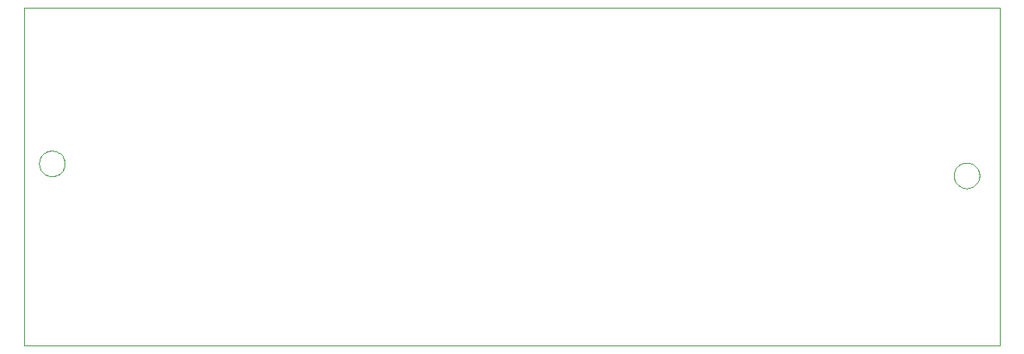
<source format=gbo>
G75*
%MOIN*%
%OFA0B0*%
%FSLAX24Y24*%
%IPPOS*%
%LPD*%
%AMOC8*
5,1,8,0,0,1.08239X$1,22.5*
%
%ADD10C,0.0000*%
D10*
X000680Y001499D02*
X000680Y015995D01*
X042495Y015995D01*
X042495Y001499D01*
X000680Y001499D01*
X001310Y009314D02*
X001312Y009361D01*
X001318Y009407D01*
X001328Y009453D01*
X001341Y009498D01*
X001359Y009541D01*
X001380Y009583D01*
X001404Y009623D01*
X001432Y009660D01*
X001463Y009695D01*
X001497Y009728D01*
X001533Y009757D01*
X001572Y009783D01*
X001613Y009806D01*
X001656Y009825D01*
X001700Y009841D01*
X001745Y009853D01*
X001791Y009861D01*
X001838Y009865D01*
X001884Y009865D01*
X001931Y009861D01*
X001977Y009853D01*
X002022Y009841D01*
X002066Y009825D01*
X002109Y009806D01*
X002150Y009783D01*
X002189Y009757D01*
X002225Y009728D01*
X002259Y009695D01*
X002290Y009660D01*
X002318Y009623D01*
X002342Y009583D01*
X002363Y009541D01*
X002381Y009498D01*
X002394Y009453D01*
X002404Y009407D01*
X002410Y009361D01*
X002412Y009314D01*
X002410Y009267D01*
X002404Y009221D01*
X002394Y009175D01*
X002381Y009130D01*
X002363Y009087D01*
X002342Y009045D01*
X002318Y009005D01*
X002290Y008968D01*
X002259Y008933D01*
X002225Y008900D01*
X002189Y008871D01*
X002150Y008845D01*
X002109Y008822D01*
X002066Y008803D01*
X002022Y008787D01*
X001977Y008775D01*
X001931Y008767D01*
X001884Y008763D01*
X001838Y008763D01*
X001791Y008767D01*
X001745Y008775D01*
X001700Y008787D01*
X001656Y008803D01*
X001613Y008822D01*
X001572Y008845D01*
X001533Y008871D01*
X001497Y008900D01*
X001463Y008933D01*
X001432Y008968D01*
X001404Y009005D01*
X001380Y009045D01*
X001359Y009087D01*
X001341Y009130D01*
X001328Y009175D01*
X001318Y009221D01*
X001312Y009267D01*
X001310Y009314D01*
X040523Y008802D02*
X040525Y008849D01*
X040531Y008895D01*
X040541Y008941D01*
X040554Y008986D01*
X040572Y009029D01*
X040593Y009071D01*
X040617Y009111D01*
X040645Y009148D01*
X040676Y009183D01*
X040710Y009216D01*
X040746Y009245D01*
X040785Y009271D01*
X040826Y009294D01*
X040869Y009313D01*
X040913Y009329D01*
X040958Y009341D01*
X041004Y009349D01*
X041051Y009353D01*
X041097Y009353D01*
X041144Y009349D01*
X041190Y009341D01*
X041235Y009329D01*
X041279Y009313D01*
X041322Y009294D01*
X041363Y009271D01*
X041402Y009245D01*
X041438Y009216D01*
X041472Y009183D01*
X041503Y009148D01*
X041531Y009111D01*
X041555Y009071D01*
X041576Y009029D01*
X041594Y008986D01*
X041607Y008941D01*
X041617Y008895D01*
X041623Y008849D01*
X041625Y008802D01*
X041623Y008755D01*
X041617Y008709D01*
X041607Y008663D01*
X041594Y008618D01*
X041576Y008575D01*
X041555Y008533D01*
X041531Y008493D01*
X041503Y008456D01*
X041472Y008421D01*
X041438Y008388D01*
X041402Y008359D01*
X041363Y008333D01*
X041322Y008310D01*
X041279Y008291D01*
X041235Y008275D01*
X041190Y008263D01*
X041144Y008255D01*
X041097Y008251D01*
X041051Y008251D01*
X041004Y008255D01*
X040958Y008263D01*
X040913Y008275D01*
X040869Y008291D01*
X040826Y008310D01*
X040785Y008333D01*
X040746Y008359D01*
X040710Y008388D01*
X040676Y008421D01*
X040645Y008456D01*
X040617Y008493D01*
X040593Y008533D01*
X040572Y008575D01*
X040554Y008618D01*
X040541Y008663D01*
X040531Y008709D01*
X040525Y008755D01*
X040523Y008802D01*
M02*

</source>
